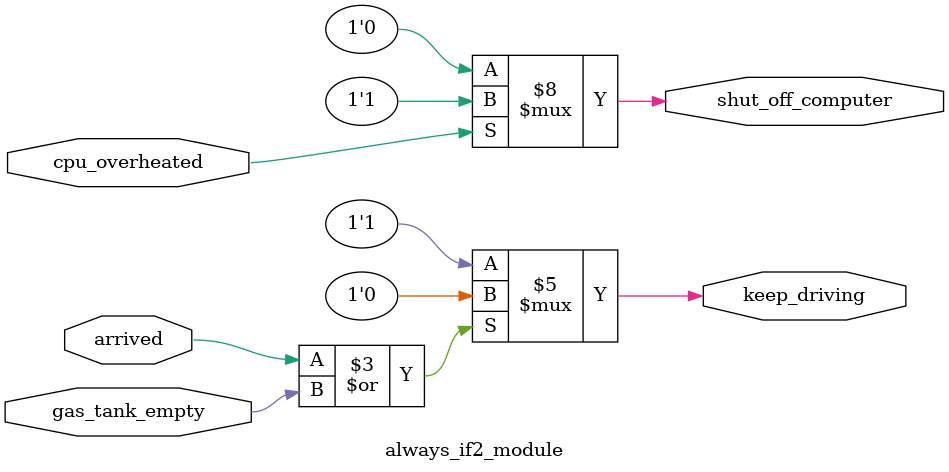
<source format=v>
module always_if2_module (
   input      cpu_overheated,
   output reg shut_off_computer,
   input      arrived,
   input      gas_tank_empty,
   output reg keep_driving  
);
	always @(*) begin
		if (cpu_overheated) begin
			shut_off_computer = 1;
		end
		else begin
			shut_off_computer = 0;
		end
   end
	always @(*) begin
		if (arrived | gas_tank_empty) begin
			keep_driving = 0;
      end
		else begin
			keep_driving = 1;
		end
	end
endmodule 
</source>
